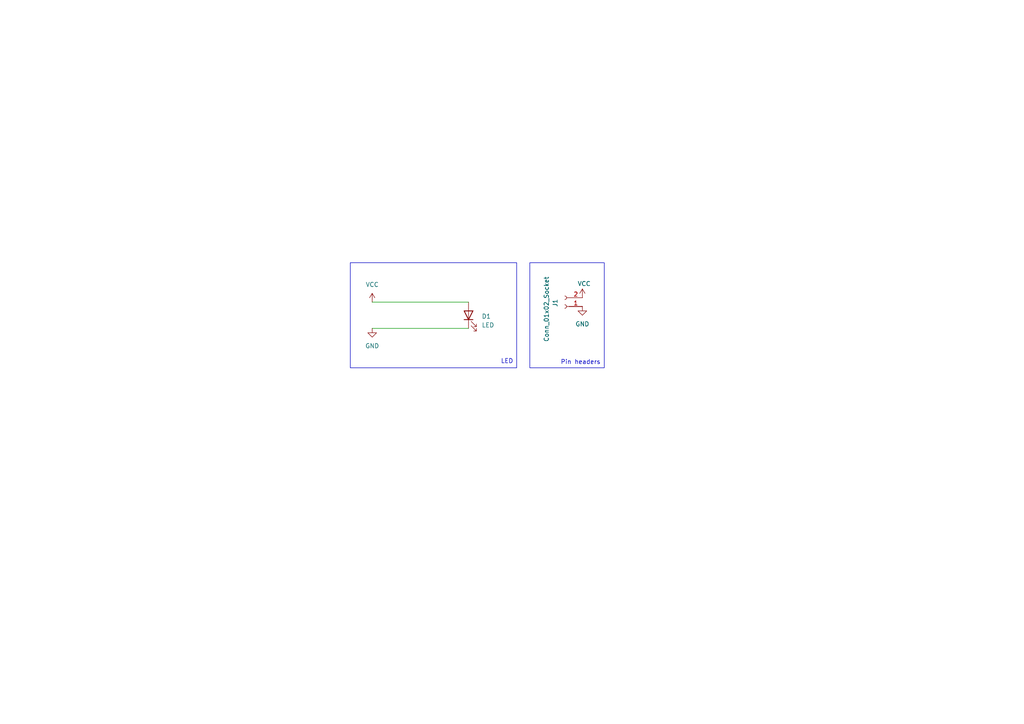
<source format=kicad_sch>
(kicad_sch (version 20250114) (generator "eeschema") (generator_version "9.0")
  (paper "A4")
  (lib_symbols
    (symbol "Connector:Conn_01x02_Socket" (pin_names (offset 1.016) (hide yes))
      (property "Reference" "J" (at 0 2.54 0))
      (property "Value" "Conn_01x02_Socket" (at 0 -5.08 0))
      (symbol "Conn_01x02_Socket_1_1"
        (polyline (pts (xy -1.27 0) (xy -0.508 0)) (stroke (width 0.1524)))
        (polyline (pts (xy -1.27 -2.54) (xy -0.508 -2.54)) (stroke (width 0.1524)))
        (arc (start 0 -0.508) (mid -0.5058 0) (end 0 0.508) (stroke (width 0.1524)))
        (arc (start 0 -3.048) (mid -0.5058 -2.54) (end 0 -2.032) (stroke (width 0.1524)))
        (pin passive line (at -5.08 0 0) (length 3.81) (name "Pin_1") (number "1"))
        (pin passive line (at -5.08 -2.54 0) (length 3.81) (name "Pin_2") (number "2"))
      )
    )
    (symbol "Device:LED" (pin_numbers (hide yes)) (pin_names (offset 1.016) (hide yes))
      (property "Reference" "D" (at 0 2.54 0))
      (property "Value" "LED" (at 0 -2.54 0))
      (symbol "LED_0_1"
        (polyline (pts (xy -3.048 -0.762) (xy -4.572 -2.286) (xy -3.81 -2.286) (xy -4.572 -2.286) (xy -4.572 -1.524)))
        (polyline (pts (xy -1.778 -0.762) (xy -3.302 -2.286) (xy -2.54 -2.286) (xy -3.302 -2.286) (xy -3.302 -1.524)))
        (polyline (pts (xy -1.27 0) (xy 1.27 0)))
        (polyline (pts (xy -1.27 -1.27) (xy -1.27 1.27)) (stroke (width 0.254)))
        (polyline (pts (xy 1.27 -1.27) (xy 1.27 1.27) (xy -1.27 0) (xy 1.27 -1.27)) (stroke (width 0.254)))
      )
      (symbol "LED_1_1"
        (pin passive line (at -3.81 0 0) (length 2.54) (name "K") (number "1"))
        (pin passive line (at 3.81 0 180) (length 2.54) (name "A") (number "2"))
      )
    )
    (symbol "power:GND" (power) (pin_numbers (hide yes)) (pin_names (offset 0) (hide yes))
      (property "Value" "GND" (at 0 -3.81 0))
      (symbol "GND_0_1"
        (polyline (pts (xy 0 0) (xy 0 -1.27) (xy 1.27 -1.27) (xy 0 -2.54) (xy -1.27 -1.27) (xy 0 -1.27)))
      )
      (symbol "GND_1_1"
        (pin power_in line (at 0 0 270) (length 0) (name "~") (number "1"))
      )
    )
    (symbol "power:VCC" (power) (pin_numbers (hide yes)) (pin_names (offset 0) (hide yes))
      (property "Value" "VCC" (at 0 3.556 0))
      (symbol "VCC_0_1"
        (polyline (pts (xy -0.762 1.27) (xy 0 2.54)))
        (polyline (pts (xy 0 2.54) (xy 0.762 1.27)))
        (polyline (pts (xy 0 0) (xy 0 2.54)))
      )
      (symbol "VCC_1_1"
        (pin power_in line (at 0 0 90) (length 0) (name "~") (number "1"))
      )
    )
  )
  (rectangle (start 101.6 76.2) (end 149.86 106.68))
  (rectangle (start 153.67 76.2) (end 175.26 106.68))
  (text "LED\n" (at 147.066 104.902 0) (effects (font (size 1.27 1.27))))
  (text "Pin headers\n" (at 168.402 105.156 0) (effects (font (size 1.27 1.27))))
  (wire (pts (xy 107.95 87.63) (xy 135.89 87.63)))
  (wire (pts (xy 107.95 95.25) (xy 135.89 95.25)))
  (symbol (lib_id "power:GND") (at 168.91 88.9 0) (unit 1)
    (property "Reference" "#PWR01" (effects (hide yes)))
    (property "Value" "GND" (at 168.91 93.98 0))
    (property "Description" "Power symbol creates a global label with name \"GND\" , ground" (effects (hide yes)))
  )
  (symbol (lib_id "Device:LED") (at 135.89 91.44 90) (unit 1)
    (property "Reference" "D1" (at 139.7 91.7574 90) (effects (justify right)))
    (property "Value" "LED" (at 139.7 94.2974 90) (effects (justify right)))
    (property "Footprint" "LED_SMD:LED_0805_2012Metric" (effects (hide yes)))
    (property "Description" "Light emitting diode" (effects (hide yes)))
    (property "Sim.Pins" "1=K 2=A" (effects (hide yes)))
  )
  (symbol (lib_id "power:GND") (at 107.95 95.25 0) (unit 1)
    (property "Reference" "#PWR02" (effects (hide yes)))
    (property "Value" "GND" (at 107.95 100.33 0))
    (property "Description" "Power symbol creates a global label with name \"GND\" , ground" (effects (hide yes)))
  )
  (symbol (lib_id "Connector:Conn_01x02_Socket") (at 163.83 88.9 180) (unit 1)
    (property "Reference" "J1" (at 161.036 87.884 90))
    (property "Value" "Conn_01x02_Socket" (at 158.496 89.662 90))
    (property "Footprint" "Connector_PinHeader_1.00mm:PinHeader_1x02_P1.00mm_Vertical" (effects (hide yes)))
    (property "Description" "Generic connector, single row, 01x02, script generated" (effects (hide yes)))
  )
  (symbol (lib_id "power:VCC") (at 107.95 87.63 0) (unit 1)
    (property "Reference" "#PWR03" (effects (hide yes)))
    (property "Value" "VCC" (at 107.95 82.55 0))
    (property "Description" "Power symbol creates a global label with name \"VCC\"" (effects (hide yes)))
  )
  (symbol (lib_id "power:VCC") (at 168.91 86.36 0) (unit 1)
    (property "Reference" "#PWR04" (effects (hide yes)))
    (property "Value" "VCC" (at 169.418 82.296 0))
    (property "Description" "Power symbol creates a global label with name \"VCC\"" (effects (hide yes)))
  )
)
</source>
